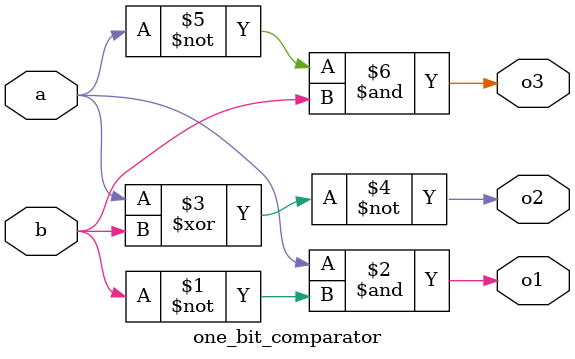
<source format=v>
module one_bit_comparator(
  input a,b,
  output o1, // o1 = 1 when a > b 
  output o2, // o2 = 1 when a = b
  output o3 //  o3 = 1 when a < b
);

  assign o1 = a & (~b);
  assign o2 = ~(a^b); 
  assign o3 = (~a) & b;
    
endmodule
</source>
